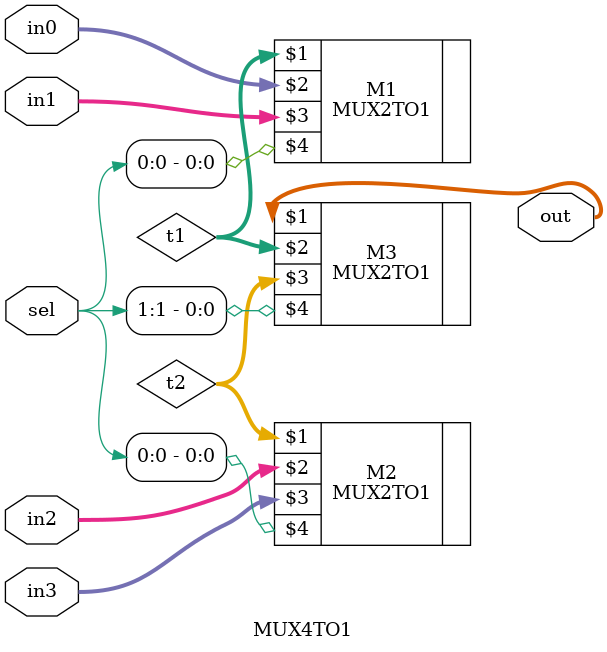
<source format=v>
`timescale 1ns / 1ps


module MUX4TO1(out,in0,in1,in2,in3,sel);
    input [31:0] in0,in1,in2,in3;
    input [1:0] sel;
    output [31:0] out;
    
    wire [31:0] t1,t2;
    
    MUX2TO1 M1(t1,in0,in1,sel[0]);
    MUX2TO1 M2(t2,in2,in3,sel[0]);
    
    MUX2TO1 M3(out,t1,t2,sel[1]);
endmodule

</source>
